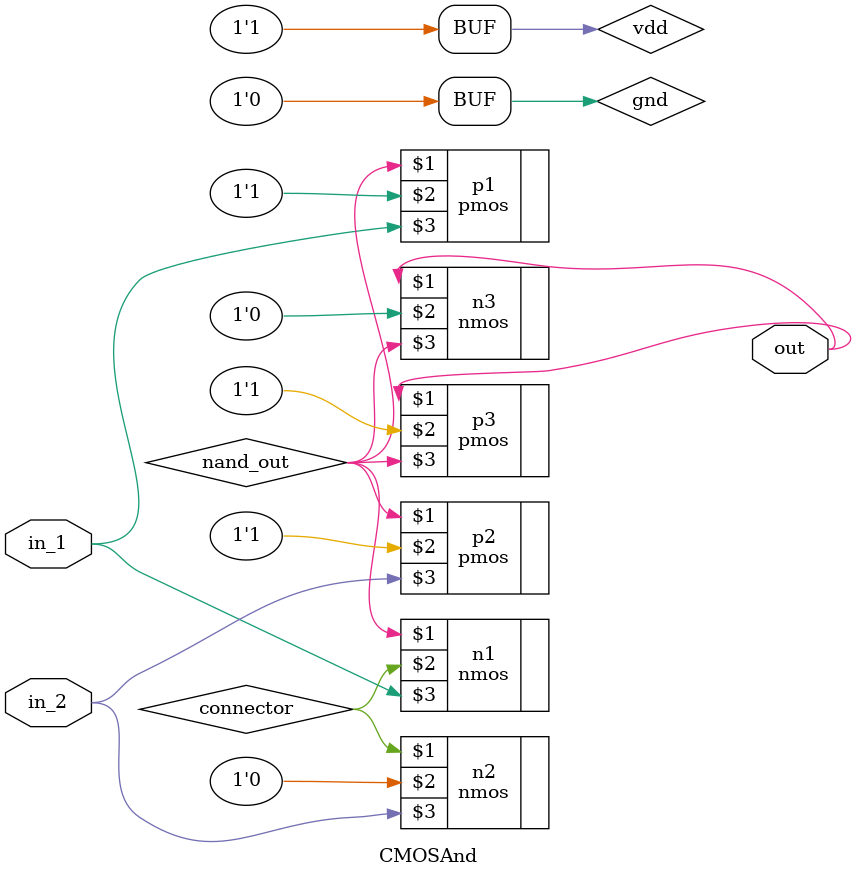
<source format=v>

module CMOSAnd(in_1, in_2, out);
	
	// Declaring the inputs
	input in_1, in_2;
	output out;

	// Power supply declaration
	supply1 vdd;
	supply0 gnd;

	// Interconnects
	wire nand_out, connector;

	// And Gate Body
	pmos p1(nand_out, vdd, in_1);
	pmos p2(nand_out, vdd, in_2);
	pmos p3(out, vdd, nand_out);

	nmos n1(nand_out, connector, in_1);
	nmos n2(connector, gnd, in_2);
	nmos n3(out, gnd, nand_out);

endmodule


</source>
